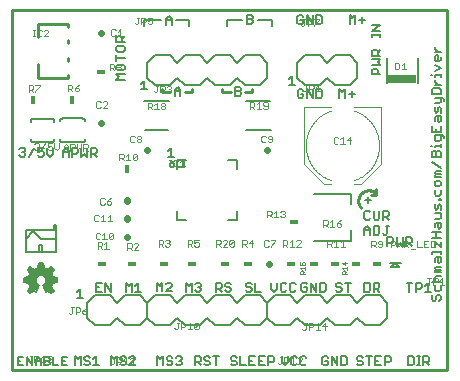
<source format=gbr>
G04 EAGLE Gerber RS-274X export*
G75*
%MOMM*%
%FSLAX34Y34*%
%LPD*%
%INSilkscreen Top*%
%IPPOS*%
%AMOC8*
5,1,8,0,0,1.08239X$1,22.5*%
G01*
%ADD10C,0.254000*%
%ADD11C,0.203200*%
%ADD12C,0.127000*%
%ADD13C,0.152400*%
%ADD14R,0.457200X0.762000*%
%ADD15C,0.050800*%
%ADD16R,0.762000X0.457200*%
%ADD17C,0.558800*%
%ADD18R,2.450000X0.675000*%
%ADD19C,0.101600*%
%ADD20C,0.025400*%

G36*
X32804Y65797D02*
X32804Y65797D01*
X32906Y65800D01*
X32926Y65807D01*
X32947Y65809D01*
X33041Y65849D01*
X33138Y65884D01*
X33154Y65897D01*
X33173Y65905D01*
X33304Y66010D01*
X34574Y67280D01*
X34587Y67297D01*
X34603Y67310D01*
X34658Y67397D01*
X34718Y67479D01*
X34724Y67499D01*
X34735Y67517D01*
X34760Y67617D01*
X34790Y67715D01*
X34790Y67736D01*
X34795Y67756D01*
X34786Y67858D01*
X34784Y67960D01*
X34777Y67980D01*
X34775Y68001D01*
X34717Y68158D01*
X33527Y70538D01*
X33527Y73619D01*
X36817Y74716D01*
X36897Y74758D01*
X36982Y74794D01*
X37006Y74815D01*
X37034Y74830D01*
X37097Y74896D01*
X37166Y74957D01*
X37188Y74991D01*
X37204Y75008D01*
X37218Y75037D01*
X37257Y75098D01*
X38527Y77638D01*
X38548Y77707D01*
X38579Y77773D01*
X38585Y77824D01*
X38600Y77872D01*
X38598Y77945D01*
X38606Y78017D01*
X38595Y78067D01*
X38594Y78118D01*
X38569Y78187D01*
X38554Y78258D01*
X38528Y78302D01*
X38510Y78350D01*
X38465Y78407D01*
X38428Y78469D01*
X38389Y78502D01*
X38357Y78542D01*
X38296Y78582D01*
X38241Y78629D01*
X38194Y78648D01*
X38151Y78676D01*
X38080Y78694D01*
X38013Y78721D01*
X37943Y78728D01*
X37912Y78736D01*
X37888Y78735D01*
X37846Y78739D01*
X34585Y78739D01*
X33568Y81788D01*
X34758Y85357D01*
X34760Y85368D01*
X34763Y85374D01*
X34767Y85413D01*
X34773Y85446D01*
X34795Y85534D01*
X34792Y85567D01*
X34797Y85600D01*
X34782Y85689D01*
X34775Y85779D01*
X34762Y85810D01*
X34757Y85843D01*
X34714Y85923D01*
X34679Y86005D01*
X34652Y86039D01*
X34641Y86060D01*
X34618Y86082D01*
X34574Y86136D01*
X33304Y87406D01*
X33288Y87418D01*
X33276Y87433D01*
X33188Y87490D01*
X33105Y87550D01*
X33086Y87556D01*
X33069Y87566D01*
X32968Y87592D01*
X32869Y87622D01*
X32850Y87622D01*
X32830Y87627D01*
X32727Y87619D01*
X32624Y87616D01*
X32605Y87609D01*
X32585Y87607D01*
X32490Y87567D01*
X32393Y87531D01*
X32377Y87519D01*
X32359Y87511D01*
X32228Y87406D01*
X30020Y85199D01*
X27018Y86200D01*
X25868Y89649D01*
X25863Y89659D01*
X25861Y89665D01*
X25857Y89672D01*
X25854Y89688D01*
X25801Y89776D01*
X25754Y89866D01*
X25739Y89881D01*
X25728Y89899D01*
X25650Y89966D01*
X25576Y90036D01*
X25557Y90045D01*
X25541Y90059D01*
X25446Y90097D01*
X25353Y90141D01*
X25332Y90143D01*
X25313Y90151D01*
X25146Y90169D01*
X22606Y90169D01*
X22586Y90166D01*
X22567Y90168D01*
X22465Y90146D01*
X22363Y90130D01*
X22346Y90120D01*
X22326Y90116D01*
X22237Y90063D01*
X22146Y90014D01*
X22132Y90000D01*
X22115Y89990D01*
X22048Y89911D01*
X21977Y89836D01*
X21968Y89818D01*
X21955Y89803D01*
X21916Y89707D01*
X21873Y89613D01*
X21871Y89593D01*
X21863Y89575D01*
X21845Y89408D01*
X21845Y87275D01*
X18796Y85243D01*
X15408Y87501D01*
X15346Y87530D01*
X15289Y87566D01*
X15235Y87580D01*
X15184Y87603D01*
X15116Y87610D01*
X15050Y87627D01*
X14995Y87622D01*
X14940Y87628D01*
X14873Y87613D01*
X14805Y87607D01*
X14754Y87586D01*
X14700Y87573D01*
X14641Y87538D01*
X14579Y87511D01*
X14518Y87462D01*
X14490Y87445D01*
X14476Y87429D01*
X14448Y87406D01*
X13178Y86136D01*
X13138Y86081D01*
X13090Y86032D01*
X13067Y85982D01*
X13034Y85937D01*
X13014Y85872D01*
X12985Y85810D01*
X12978Y85755D01*
X12962Y85701D01*
X12964Y85633D01*
X12955Y85566D01*
X12967Y85511D01*
X12968Y85456D01*
X12992Y85391D01*
X13006Y85325D01*
X13041Y85256D01*
X13053Y85225D01*
X13066Y85208D01*
X13083Y85176D01*
X15416Y81676D01*
X14437Y78739D01*
X11176Y78739D01*
X11156Y78736D01*
X11137Y78738D01*
X11035Y78716D01*
X10933Y78700D01*
X10916Y78690D01*
X10896Y78686D01*
X10807Y78633D01*
X10716Y78584D01*
X10702Y78570D01*
X10685Y78560D01*
X10618Y78481D01*
X10547Y78406D01*
X10538Y78388D01*
X10525Y78373D01*
X10486Y78277D01*
X10443Y78183D01*
X10441Y78163D01*
X10433Y78145D01*
X10415Y77978D01*
X10415Y75438D01*
X10418Y75418D01*
X10416Y75399D01*
X10438Y75297D01*
X10455Y75195D01*
X10464Y75178D01*
X10468Y75158D01*
X10521Y75069D01*
X10570Y74978D01*
X10584Y74964D01*
X10594Y74947D01*
X10673Y74880D01*
X10748Y74809D01*
X10766Y74800D01*
X10781Y74787D01*
X10877Y74748D01*
X10971Y74705D01*
X10991Y74703D01*
X11009Y74695D01*
X11176Y74677D01*
X13309Y74677D01*
X15341Y71628D01*
X13083Y68240D01*
X13054Y68178D01*
X13018Y68121D01*
X13004Y68067D01*
X12981Y68016D01*
X12974Y67948D01*
X12957Y67882D01*
X12962Y67827D01*
X12956Y67772D01*
X12971Y67705D01*
X12977Y67637D01*
X12998Y67586D01*
X13011Y67532D01*
X13046Y67473D01*
X13073Y67411D01*
X13122Y67350D01*
X13139Y67322D01*
X13155Y67308D01*
X13178Y67280D01*
X14448Y66010D01*
X14521Y65957D01*
X14589Y65898D01*
X14620Y65886D01*
X14647Y65866D01*
X14734Y65840D01*
X14817Y65806D01*
X14851Y65804D01*
X14883Y65794D01*
X14973Y65796D01*
X15063Y65791D01*
X15104Y65800D01*
X15128Y65800D01*
X15159Y65811D01*
X15227Y65826D01*
X19037Y67096D01*
X19076Y67116D01*
X19119Y67128D01*
X19184Y67173D01*
X19254Y67210D01*
X19285Y67242D01*
X19322Y67267D01*
X19414Y67378D01*
X19424Y67388D01*
X19426Y67391D01*
X19429Y67396D01*
X21969Y71206D01*
X21998Y71268D01*
X22034Y71325D01*
X22048Y71379D01*
X22071Y71430D01*
X22078Y71498D01*
X22095Y71564D01*
X22090Y71619D01*
X22096Y71674D01*
X22081Y71741D01*
X22075Y71809D01*
X22054Y71860D01*
X22041Y71914D01*
X22006Y71973D01*
X21979Y72035D01*
X21930Y72096D01*
X21913Y72124D01*
X21897Y72138D01*
X21874Y72166D01*
X20731Y73309D01*
X19598Y76708D01*
X20668Y79916D01*
X23876Y80986D01*
X27198Y79878D01*
X29348Y76653D01*
X27005Y71968D01*
X26978Y71881D01*
X26944Y71797D01*
X26942Y71764D01*
X26932Y71734D01*
X26934Y71642D01*
X26929Y71551D01*
X26937Y71511D01*
X26938Y71488D01*
X26949Y71457D01*
X26964Y71387D01*
X28234Y67577D01*
X28244Y67559D01*
X28248Y67538D01*
X28301Y67450D01*
X28348Y67360D01*
X28363Y67345D01*
X28374Y67327D01*
X28452Y67260D01*
X28526Y67190D01*
X28545Y67181D01*
X28561Y67167D01*
X28656Y67129D01*
X28749Y67085D01*
X28770Y67083D01*
X28789Y67075D01*
X28956Y67057D01*
X30046Y67057D01*
X32426Y65867D01*
X32446Y65861D01*
X32463Y65850D01*
X32563Y65825D01*
X32660Y65794D01*
X32681Y65795D01*
X32702Y65789D01*
X32804Y65797D01*
G37*
D10*
X0Y0D02*
X368300Y0D01*
X368300Y304800D01*
X0Y304800D02*
X0Y0D01*
D11*
X110998Y296418D02*
X125730Y296418D01*
X138684Y296418D02*
X149860Y296418D01*
X149860Y291592D01*
X181356Y296926D02*
X194056Y296926D01*
X181356Y296926D02*
X181356Y291592D01*
X207518Y296926D02*
X219710Y296926D01*
X219710Y291338D01*
D10*
X368300Y304800D02*
X0Y304800D01*
D11*
X110998Y296418D02*
X110998Y291592D01*
D10*
X127000Y235712D02*
X133096Y235712D01*
X127000Y235712D02*
X127000Y238506D01*
X146050Y235712D02*
X152400Y235712D01*
X152400Y238252D01*
X177800Y235712D02*
X184658Y235712D01*
X177800Y235712D02*
X177800Y238252D01*
X196850Y235712D02*
X203200Y235712D01*
X203200Y238252D01*
X295402Y137414D02*
X295252Y137567D01*
X295106Y137724D01*
X294964Y137885D01*
X294826Y138049D01*
X294692Y138216D01*
X294562Y138386D01*
X294436Y138560D01*
X294315Y138736D01*
X294198Y138916D01*
X294085Y139098D01*
X293976Y139283D01*
X293873Y139471D01*
X293774Y139661D01*
X293679Y139853D01*
X293589Y140048D01*
X293504Y140244D01*
X293424Y140443D01*
X293349Y140644D01*
X293278Y140846D01*
X293213Y141050D01*
X293152Y141256D01*
X293097Y141463D01*
X293046Y141671D01*
X293001Y141881D01*
X292961Y142091D01*
X292926Y142303D01*
X292896Y142515D01*
X292871Y142728D01*
X292852Y142941D01*
X292837Y143155D01*
X292828Y143369D01*
X292824Y143583D01*
X292825Y143798D01*
X292832Y144012D01*
X292844Y144226D01*
X292861Y144440D01*
X292883Y144653D01*
X292910Y144865D01*
X292943Y145077D01*
X292980Y145288D01*
X293023Y145498D01*
X293071Y145707D01*
X293124Y145915D01*
X293182Y146121D01*
X293245Y146326D01*
X293313Y146529D01*
X293386Y146731D01*
X293464Y146931D01*
X293546Y147128D01*
X293634Y147324D01*
X293726Y147518D01*
X293823Y147709D01*
X293924Y147898D01*
X294030Y148084D01*
X294141Y148267D01*
X294256Y148448D01*
X294375Y148626D01*
X294499Y148801D01*
X294626Y148973D01*
X294758Y149142D01*
X294895Y149308D01*
X295035Y149470D01*
X295179Y149629D01*
X295326Y149784D01*
X295478Y149936D01*
X295633Y150083D01*
X295792Y150227D01*
X295954Y150367D01*
X296120Y150504D01*
X296289Y150636D01*
X296461Y150763D01*
X296636Y150887D01*
X296814Y151006D01*
X296995Y151121D01*
X297178Y151232D01*
X297364Y151338D01*
X297553Y151439D01*
X297744Y151536D01*
X297938Y151628D01*
X298134Y151716D01*
X298331Y151798D01*
X298531Y151876D01*
X298733Y151949D01*
X298936Y152017D01*
X299141Y152080D01*
X299347Y152138D01*
X299555Y152191D01*
X299764Y152239D01*
X299974Y152282D01*
X300185Y152319D01*
X300397Y152352D01*
X300609Y152379D01*
X300822Y152401D01*
X301036Y152418D01*
X301250Y152430D01*
X301464Y152437D01*
X301679Y152438D01*
X301893Y152434D01*
X302107Y152425D01*
X302321Y152410D01*
X302534Y152391D01*
X302747Y152366D01*
X302959Y152336D01*
X303171Y152301D01*
X303381Y152261D01*
X303591Y152216D01*
X303799Y152165D01*
X304006Y152110D01*
X304212Y152049D01*
X304416Y151984D01*
X304618Y151913D01*
X304819Y151838D01*
X305018Y151758D01*
X305214Y151673D01*
X305409Y151583D01*
X305601Y151488D01*
X305791Y151389D01*
X305979Y151286D01*
X306164Y151177D01*
X306346Y151064D01*
X306526Y150947D01*
X306702Y150826D01*
X306876Y150700D01*
X307046Y150570D01*
X307213Y150436D01*
X307377Y150298D01*
X307538Y150156D01*
X307695Y150010D01*
X307848Y149860D01*
D12*
X334645Y11817D02*
X334645Y4445D01*
X338331Y4445D01*
X339560Y5674D01*
X339560Y10589D01*
X338331Y11817D01*
X334645Y11817D01*
X342597Y4445D02*
X345054Y4445D01*
X343826Y4445D02*
X343826Y11817D01*
X345054Y11817D02*
X342597Y11817D01*
X347898Y11817D02*
X347898Y4445D01*
X347898Y11817D02*
X351584Y11817D01*
X352813Y10589D01*
X352813Y8131D01*
X351584Y6902D01*
X347898Y6902D01*
X350356Y6902D02*
X352813Y4445D01*
X276733Y230505D02*
X276733Y237877D01*
X279190Y235420D01*
X281648Y237877D01*
X281648Y230505D01*
X284685Y234191D02*
X289600Y234191D01*
X287142Y231734D02*
X287142Y236649D01*
X355213Y180975D02*
X362585Y180975D01*
X355213Y180975D02*
X355213Y184661D01*
X356441Y185890D01*
X357670Y185890D01*
X358899Y184661D01*
X360128Y185890D01*
X361356Y185890D01*
X362585Y184661D01*
X362585Y180975D01*
X358899Y180975D02*
X358899Y184661D01*
X357670Y188927D02*
X357670Y190156D01*
X362585Y190156D01*
X362585Y191384D02*
X362585Y188927D01*
X355213Y190156D02*
X353984Y190156D01*
X365042Y196686D02*
X365042Y197914D01*
X363814Y199143D01*
X357670Y199143D01*
X357670Y195457D01*
X358899Y194228D01*
X361356Y194228D01*
X362585Y195457D01*
X362585Y199143D01*
X355213Y202180D02*
X355213Y207095D01*
X355213Y202180D02*
X362585Y202180D01*
X362585Y207095D01*
X358899Y204637D02*
X358899Y202180D01*
X357670Y211361D02*
X357670Y213818D01*
X358899Y215047D01*
X362585Y215047D01*
X362585Y211361D01*
X361356Y210132D01*
X360128Y211361D01*
X360128Y215047D01*
X362585Y218084D02*
X362585Y221770D01*
X361356Y222999D01*
X360128Y221770D01*
X360128Y219313D01*
X358899Y218084D01*
X357670Y219313D01*
X357670Y222999D01*
X357670Y226036D02*
X361356Y226036D01*
X362585Y227264D01*
X362585Y230951D01*
X363814Y230951D02*
X357670Y230951D01*
X363814Y230951D02*
X365042Y229722D01*
X365042Y228493D01*
X362585Y233988D02*
X355213Y233988D01*
X362585Y233988D02*
X362585Y237674D01*
X361356Y238903D01*
X356441Y238903D01*
X355213Y237674D01*
X355213Y233988D01*
X357670Y241940D02*
X362585Y241940D01*
X360128Y241940D02*
X357670Y244397D01*
X357670Y245626D01*
X357670Y248566D02*
X357670Y249795D01*
X362585Y249795D01*
X362585Y248566D02*
X362585Y251024D01*
X355213Y249795D02*
X353984Y249795D01*
X357670Y253867D02*
X362585Y256325D01*
X357670Y258782D01*
X362585Y263048D02*
X362585Y265505D01*
X362585Y263048D02*
X361356Y261819D01*
X358899Y261819D01*
X357670Y263048D01*
X357670Y265505D01*
X358899Y266734D01*
X360128Y266734D01*
X360128Y261819D01*
X362585Y269771D02*
X357670Y269771D01*
X360128Y269771D02*
X357670Y272229D01*
X357670Y273457D01*
X295151Y11817D02*
X296380Y10589D01*
X295151Y11817D02*
X292694Y11817D01*
X291465Y10589D01*
X291465Y9360D01*
X292694Y8131D01*
X295151Y8131D01*
X296380Y6902D01*
X296380Y5674D01*
X295151Y4445D01*
X292694Y4445D01*
X291465Y5674D01*
X301874Y4445D02*
X301874Y11817D01*
X299417Y11817D02*
X304332Y11817D01*
X307369Y11817D02*
X312284Y11817D01*
X307369Y11817D02*
X307369Y4445D01*
X312284Y4445D01*
X309826Y8131D02*
X307369Y8131D01*
X315321Y4445D02*
X315321Y11817D01*
X319007Y11817D01*
X320236Y10589D01*
X320236Y8131D01*
X319007Y6902D01*
X315321Y6902D01*
X129921Y292735D02*
X129921Y297650D01*
X132378Y300107D01*
X134836Y297650D01*
X134836Y292735D01*
X134836Y296421D02*
X129921Y296421D01*
X198501Y293497D02*
X198501Y300869D01*
X202187Y300869D01*
X203416Y299641D01*
X203416Y298412D01*
X202187Y297183D01*
X203416Y295954D01*
X203416Y294726D01*
X202187Y293497D01*
X198501Y293497D01*
X198501Y297183D02*
X202187Y297183D01*
X245113Y238131D02*
X246342Y236903D01*
X245113Y238131D02*
X242656Y238131D01*
X241427Y236903D01*
X241427Y231988D01*
X242656Y230759D01*
X245113Y230759D01*
X246342Y231988D01*
X246342Y234445D01*
X243884Y234445D01*
X249379Y230759D02*
X249379Y238131D01*
X254294Y230759D01*
X254294Y238131D01*
X257331Y238131D02*
X257331Y230759D01*
X261017Y230759D01*
X262246Y231988D01*
X262246Y236903D01*
X261017Y238131D01*
X257331Y238131D01*
X317373Y112655D02*
X317373Y105283D01*
X317373Y112655D02*
X321059Y112655D01*
X322288Y111427D01*
X322288Y108969D01*
X321059Y107740D01*
X317373Y107740D01*
X325325Y105283D02*
X325325Y112655D01*
X327782Y107740D02*
X325325Y105283D01*
X327782Y107740D02*
X330240Y105283D01*
X330240Y112655D01*
X333277Y112655D02*
X333277Y105283D01*
X333277Y112655D02*
X336963Y112655D01*
X338192Y111427D01*
X338192Y108969D01*
X336963Y107740D01*
X333277Y107740D01*
X335734Y107740D02*
X338192Y105283D01*
X265941Y11817D02*
X267170Y10589D01*
X265941Y11817D02*
X263484Y11817D01*
X262255Y10589D01*
X262255Y5674D01*
X263484Y4445D01*
X265941Y4445D01*
X267170Y5674D01*
X267170Y8131D01*
X264712Y8131D01*
X270207Y4445D02*
X270207Y11817D01*
X275122Y4445D01*
X275122Y11817D01*
X278159Y11817D02*
X278159Y4445D01*
X281845Y4445D01*
X283074Y5674D01*
X283074Y10589D01*
X281845Y11817D01*
X278159Y11817D01*
X52705Y11817D02*
X52705Y4445D01*
X55162Y9360D02*
X52705Y11817D01*
X55162Y9360D02*
X57620Y11817D01*
X57620Y4445D01*
X64343Y11817D02*
X65572Y10589D01*
X64343Y11817D02*
X61886Y11817D01*
X60657Y10589D01*
X60657Y9360D01*
X61886Y8131D01*
X64343Y8131D01*
X65572Y6902D01*
X65572Y5674D01*
X64343Y4445D01*
X61886Y4445D01*
X60657Y5674D01*
X68609Y9360D02*
X71066Y11817D01*
X71066Y4445D01*
X68609Y4445D02*
X73524Y4445D01*
X188471Y11817D02*
X189700Y10589D01*
X188471Y11817D02*
X186014Y11817D01*
X184785Y10589D01*
X184785Y9360D01*
X186014Y8131D01*
X188471Y8131D01*
X189700Y6902D01*
X189700Y5674D01*
X188471Y4445D01*
X186014Y4445D01*
X184785Y5674D01*
X192737Y4445D02*
X192737Y11817D01*
X192737Y4445D02*
X197652Y4445D01*
X200689Y11817D02*
X205604Y11817D01*
X200689Y11817D02*
X200689Y4445D01*
X205604Y4445D01*
X203146Y8131D02*
X200689Y8131D01*
X208641Y11817D02*
X213556Y11817D01*
X208641Y11817D02*
X208641Y4445D01*
X213556Y4445D01*
X211098Y8131D02*
X208641Y8131D01*
X216593Y4445D02*
X216593Y11817D01*
X220279Y11817D01*
X221507Y10589D01*
X221507Y8131D01*
X220279Y6902D01*
X216593Y6902D01*
X122555Y4445D02*
X122555Y11817D01*
X125012Y9360D01*
X127470Y11817D01*
X127470Y4445D01*
X134193Y11817D02*
X135422Y10589D01*
X134193Y11817D02*
X131736Y11817D01*
X130507Y10589D01*
X130507Y9360D01*
X131736Y8131D01*
X134193Y8131D01*
X135422Y6902D01*
X135422Y5674D01*
X134193Y4445D01*
X131736Y4445D01*
X130507Y5674D01*
X138459Y10589D02*
X139688Y11817D01*
X142145Y11817D01*
X143374Y10589D01*
X143374Y9360D01*
X142145Y8131D01*
X140916Y8131D01*
X142145Y8131D02*
X143374Y6902D01*
X143374Y5674D01*
X142145Y4445D01*
X139688Y4445D01*
X138459Y5674D01*
D13*
X8978Y11182D02*
X4572Y11182D01*
X4572Y4572D01*
X8978Y4572D01*
X6775Y7877D02*
X4572Y7877D01*
X12056Y4572D02*
X12056Y11182D01*
X16463Y4572D01*
X16463Y11182D01*
X19540Y8978D02*
X19540Y4572D01*
X19540Y8978D02*
X21744Y11182D01*
X23947Y8978D01*
X23947Y4572D01*
X23947Y7877D02*
X19540Y7877D01*
X27024Y4572D02*
X27024Y11182D01*
X30329Y11182D01*
X31431Y10080D01*
X31431Y8978D01*
X30329Y7877D01*
X31431Y6775D01*
X31431Y5674D01*
X30329Y4572D01*
X27024Y4572D01*
X27024Y7877D02*
X30329Y7877D01*
X34509Y11182D02*
X34509Y4572D01*
X38915Y4572D01*
X41993Y11182D02*
X46399Y11182D01*
X41993Y11182D02*
X41993Y4572D01*
X46399Y4572D01*
X44196Y7877D02*
X41993Y7877D01*
D12*
X83185Y4445D02*
X83185Y11817D01*
X85642Y9360D01*
X88100Y11817D01*
X88100Y4445D01*
X94823Y11817D02*
X96052Y10589D01*
X94823Y11817D02*
X92366Y11817D01*
X91137Y10589D01*
X91137Y9360D01*
X92366Y8131D01*
X94823Y8131D01*
X96052Y6902D01*
X96052Y5674D01*
X94823Y4445D01*
X92366Y4445D01*
X91137Y5674D01*
X99089Y4445D02*
X104004Y4445D01*
X99089Y4445D02*
X104004Y9360D01*
X104004Y10589D01*
X102775Y11817D01*
X100318Y11817D01*
X99089Y10589D01*
X42545Y180975D02*
X42545Y185890D01*
X45002Y188347D01*
X47460Y185890D01*
X47460Y180975D01*
X47460Y184661D02*
X42545Y184661D01*
X50497Y180975D02*
X50497Y188347D01*
X54183Y188347D01*
X55412Y187119D01*
X55412Y184661D01*
X54183Y183432D01*
X50497Y183432D01*
X58449Y180975D02*
X58449Y188347D01*
X60906Y183432D02*
X58449Y180975D01*
X60906Y183432D02*
X63364Y180975D01*
X63364Y188347D01*
X66401Y188347D02*
X66401Y180975D01*
X66401Y188347D02*
X70087Y188347D01*
X71316Y187119D01*
X71316Y184661D01*
X70087Y183432D01*
X66401Y183432D01*
X68858Y183432D02*
X71316Y180975D01*
X304159Y250571D02*
X311531Y250571D01*
X304159Y250571D02*
X304159Y254257D01*
X305387Y255486D01*
X307845Y255486D01*
X309074Y254257D01*
X309074Y250571D01*
X311531Y258523D02*
X304159Y258523D01*
X309074Y260980D02*
X311531Y258523D01*
X309074Y260980D02*
X311531Y263438D01*
X304159Y263438D01*
X304159Y266475D02*
X311531Y266475D01*
X304159Y266475D02*
X304159Y270161D01*
X305387Y271390D01*
X307845Y271390D01*
X309074Y270161D01*
X309074Y266475D01*
X309074Y268932D02*
X311531Y271390D01*
X311531Y282379D02*
X311531Y284836D01*
X311531Y283607D02*
X304159Y283607D01*
X304159Y282379D02*
X304159Y284836D01*
X304159Y287680D02*
X311531Y287680D01*
X311531Y292595D02*
X304159Y287680D01*
X304159Y292595D02*
X311531Y292595D01*
X356441Y63970D02*
X355213Y62741D01*
X355213Y60284D01*
X356441Y59055D01*
X357670Y59055D01*
X358899Y60284D01*
X358899Y62741D01*
X360128Y63970D01*
X361356Y63970D01*
X362585Y62741D01*
X362585Y60284D01*
X361356Y59055D01*
X357670Y68236D02*
X357670Y71922D01*
X357670Y68236D02*
X358899Y67007D01*
X361356Y67007D01*
X362585Y68236D01*
X362585Y71922D01*
X362585Y74959D02*
X355213Y74959D01*
X357670Y76188D02*
X358899Y74959D01*
X357670Y76188D02*
X357670Y78645D01*
X358899Y79874D01*
X362585Y79874D01*
X362585Y82911D02*
X357670Y82911D01*
X357670Y84139D01*
X358899Y85368D01*
X362585Y85368D01*
X358899Y85368D02*
X357670Y86597D01*
X358899Y87826D01*
X362585Y87826D01*
X357670Y92091D02*
X357670Y94549D01*
X358899Y95777D01*
X362585Y95777D01*
X362585Y92091D01*
X361356Y90863D01*
X360128Y92091D01*
X360128Y95777D01*
X355213Y98815D02*
X355213Y100043D01*
X362585Y100043D01*
X362585Y98815D02*
X362585Y101272D01*
X357670Y104116D02*
X357670Y109031D01*
X362585Y104116D01*
X362585Y109031D01*
X362585Y112068D02*
X355213Y112068D01*
X358899Y112068D02*
X358899Y116983D01*
X355213Y116983D02*
X362585Y116983D01*
X357670Y121248D02*
X357670Y123706D01*
X358899Y124934D01*
X362585Y124934D01*
X362585Y121248D01*
X361356Y120020D01*
X360128Y121248D01*
X360128Y124934D01*
X361356Y127972D02*
X357670Y127972D01*
X361356Y127972D02*
X362585Y129200D01*
X362585Y132886D01*
X357670Y132886D01*
X362585Y135923D02*
X362585Y139610D01*
X361356Y140838D01*
X360128Y139610D01*
X360128Y137152D01*
X358899Y135923D01*
X357670Y137152D01*
X357670Y140838D01*
X361356Y143875D02*
X362585Y143875D01*
X361356Y143875D02*
X361356Y145104D01*
X362585Y145104D01*
X362585Y143875D01*
X357670Y149080D02*
X357670Y152766D01*
X357670Y149080D02*
X358899Y147851D01*
X361356Y147851D01*
X362585Y149080D01*
X362585Y152766D01*
X362585Y157032D02*
X362585Y159489D01*
X361356Y160718D01*
X358899Y160718D01*
X357670Y159489D01*
X357670Y157032D01*
X358899Y155803D01*
X361356Y155803D01*
X362585Y157032D01*
X362585Y163755D02*
X357670Y163755D01*
X357670Y164984D01*
X358899Y166212D01*
X362585Y166212D01*
X358899Y166212D02*
X357670Y167441D01*
X358899Y168670D01*
X362585Y168670D01*
X362585Y171707D02*
X355213Y176622D01*
X6944Y188347D02*
X5715Y187119D01*
X6944Y188347D02*
X9401Y188347D01*
X10630Y187119D01*
X10630Y185890D01*
X9401Y184661D01*
X8172Y184661D01*
X9401Y184661D02*
X10630Y183432D01*
X10630Y182204D01*
X9401Y180975D01*
X6944Y180975D01*
X5715Y182204D01*
X13667Y180975D02*
X18582Y188347D01*
X21619Y188347D02*
X26534Y188347D01*
X21619Y188347D02*
X21619Y184661D01*
X24076Y185890D01*
X25305Y185890D01*
X26534Y184661D01*
X26534Y182204D01*
X25305Y180975D01*
X22848Y180975D01*
X21619Y182204D01*
X29571Y183432D02*
X29571Y188347D01*
X29571Y183432D02*
X32028Y180975D01*
X34486Y183432D01*
X34486Y188347D01*
X131445Y185890D02*
X133902Y188347D01*
X133902Y180975D01*
X131445Y180975D02*
X136360Y180975D01*
X301501Y135007D02*
X302730Y133779D01*
X301501Y135007D02*
X299044Y135007D01*
X297815Y133779D01*
X297815Y128864D01*
X299044Y127635D01*
X301501Y127635D01*
X302730Y128864D01*
X305767Y128864D02*
X305767Y135007D01*
X305767Y128864D02*
X306996Y127635D01*
X309453Y127635D01*
X310682Y128864D01*
X310682Y135007D01*
X313719Y135007D02*
X313719Y127635D01*
X313719Y135007D02*
X317405Y135007D01*
X318634Y133779D01*
X318634Y131321D01*
X317405Y130092D01*
X313719Y130092D01*
X316176Y130092D02*
X318634Y127635D01*
X154305Y11817D02*
X154305Y4445D01*
X154305Y11817D02*
X157991Y11817D01*
X159220Y10589D01*
X159220Y8131D01*
X157991Y6902D01*
X154305Y6902D01*
X156762Y6902D02*
X159220Y4445D01*
X165943Y11817D02*
X167172Y10589D01*
X165943Y11817D02*
X163486Y11817D01*
X162257Y10589D01*
X162257Y9360D01*
X163486Y8131D01*
X165943Y8131D01*
X167172Y6902D01*
X167172Y5674D01*
X165943Y4445D01*
X163486Y4445D01*
X162257Y5674D01*
X172666Y4445D02*
X172666Y11817D01*
X170209Y11817D02*
X175124Y11817D01*
X227965Y11817D02*
X227965Y6902D01*
X230422Y4445D01*
X232880Y6902D01*
X232880Y11817D01*
X239603Y11817D02*
X240832Y10589D01*
X239603Y11817D02*
X237146Y11817D01*
X235917Y10589D01*
X235917Y5674D01*
X237146Y4445D01*
X239603Y4445D01*
X240832Y5674D01*
X247555Y11817D02*
X248784Y10589D01*
X247555Y11817D02*
X245098Y11817D01*
X243869Y10589D01*
X243869Y5674D01*
X245098Y4445D01*
X247555Y4445D01*
X248784Y5674D01*
X137287Y232537D02*
X137287Y237452D01*
X139744Y239909D01*
X142202Y237452D01*
X142202Y232537D01*
X142202Y236223D02*
X137287Y236223D01*
X188595Y232537D02*
X188595Y239909D01*
X192281Y239909D01*
X193510Y238681D01*
X193510Y237452D01*
X192281Y236223D01*
X193510Y234994D01*
X193510Y233766D01*
X192281Y232537D01*
X188595Y232537D01*
X188595Y236223D02*
X192281Y236223D01*
X95123Y245999D02*
X87751Y245999D01*
X90208Y248456D01*
X87751Y250914D01*
X95123Y250914D01*
X87751Y255180D02*
X87751Y257637D01*
X87751Y255180D02*
X88979Y253951D01*
X93894Y253951D01*
X95123Y255180D01*
X95123Y257637D01*
X93894Y258866D01*
X88979Y258866D01*
X87751Y257637D01*
X87751Y264360D02*
X95123Y264360D01*
X87751Y261903D02*
X87751Y266818D01*
X87751Y271083D02*
X87751Y273541D01*
X87751Y271083D02*
X88979Y269855D01*
X93894Y269855D01*
X95123Y271083D01*
X95123Y273541D01*
X93894Y274770D01*
X88979Y274770D01*
X87751Y273541D01*
X87751Y277807D02*
X95123Y277807D01*
X87751Y277807D02*
X87751Y281493D01*
X88979Y282721D01*
X91437Y282721D01*
X92666Y281493D01*
X92666Y277807D01*
X92666Y280264D02*
X95123Y282721D01*
X285369Y293243D02*
X285369Y300615D01*
X287826Y298158D01*
X290284Y300615D01*
X290284Y293243D01*
X293321Y296929D02*
X298236Y296929D01*
X295778Y294472D02*
X295778Y299387D01*
X246088Y299387D02*
X244859Y300615D01*
X242402Y300615D01*
X241173Y299387D01*
X241173Y294472D01*
X242402Y293243D01*
X244859Y293243D01*
X246088Y294472D01*
X246088Y296929D01*
X243630Y296929D01*
X249125Y293243D02*
X249125Y300615D01*
X254040Y293243D01*
X254040Y300615D01*
X257077Y300615D02*
X257077Y293243D01*
X260763Y293243D01*
X261992Y294472D01*
X261992Y299387D01*
X260763Y300615D01*
X257077Y300615D01*
X297815Y119850D02*
X297815Y114935D01*
X297815Y119850D02*
X300272Y122307D01*
X302730Y119850D01*
X302730Y114935D01*
X302730Y118621D02*
X297815Y118621D01*
X305767Y122307D02*
X305767Y114935D01*
X309453Y114935D01*
X310682Y116164D01*
X310682Y121079D01*
X309453Y122307D01*
X305767Y122307D01*
X313719Y116164D02*
X314948Y114935D01*
X316176Y114935D01*
X317405Y116164D01*
X317405Y122307D01*
X316176Y122307D02*
X318634Y122307D01*
X336086Y74047D02*
X336086Y66675D01*
X333629Y74047D02*
X338544Y74047D01*
X341581Y74047D02*
X341581Y66675D01*
X341581Y74047D02*
X345267Y74047D01*
X346496Y72819D01*
X346496Y70361D01*
X345267Y69132D01*
X341581Y69132D01*
X349533Y71590D02*
X351990Y74047D01*
X351990Y66675D01*
X349533Y66675D02*
X354448Y66675D01*
X56940Y68967D02*
X54483Y66510D01*
X56940Y68967D02*
X56940Y61595D01*
X54483Y61595D02*
X59398Y61595D01*
X108839Y242786D02*
X111296Y245243D01*
X111296Y237871D01*
X108839Y237871D02*
X113754Y237871D01*
X234061Y246850D02*
X236518Y249307D01*
X236518Y241935D01*
X234061Y241935D02*
X238976Y241935D01*
X298323Y144021D02*
X303238Y144021D01*
X300780Y141564D02*
X300780Y146479D01*
X75400Y74047D02*
X70485Y74047D01*
X70485Y66675D01*
X75400Y66675D01*
X72942Y70361D02*
X70485Y70361D01*
X78437Y66675D02*
X78437Y74047D01*
X83352Y66675D01*
X83352Y74047D01*
X95885Y74047D02*
X95885Y66675D01*
X98342Y71590D02*
X95885Y74047D01*
X98342Y71590D02*
X100800Y74047D01*
X100800Y66675D01*
X103837Y71590D02*
X106294Y74047D01*
X106294Y66675D01*
X103837Y66675D02*
X108752Y66675D01*
X122047Y66929D02*
X122047Y74301D01*
X124504Y71844D01*
X126962Y74301D01*
X126962Y66929D01*
X129999Y66929D02*
X134914Y66929D01*
X129999Y66929D02*
X134914Y71844D01*
X134914Y73073D01*
X133685Y74301D01*
X131228Y74301D01*
X129999Y73073D01*
X146685Y74047D02*
X146685Y66675D01*
X149142Y71590D02*
X146685Y74047D01*
X149142Y71590D02*
X151600Y74047D01*
X151600Y66675D01*
X154637Y72819D02*
X155866Y74047D01*
X158323Y74047D01*
X159552Y72819D01*
X159552Y71590D01*
X158323Y70361D01*
X157094Y70361D01*
X158323Y70361D02*
X159552Y69132D01*
X159552Y67904D01*
X158323Y66675D01*
X155866Y66675D01*
X154637Y67904D01*
X172085Y66675D02*
X172085Y74047D01*
X175771Y74047D01*
X177000Y72819D01*
X177000Y70361D01*
X175771Y69132D01*
X172085Y69132D01*
X174542Y69132D02*
X177000Y66675D01*
X183723Y74047D02*
X184952Y72819D01*
X183723Y74047D02*
X181266Y74047D01*
X180037Y72819D01*
X180037Y71590D01*
X181266Y70361D01*
X183723Y70361D01*
X184952Y69132D01*
X184952Y67904D01*
X183723Y66675D01*
X181266Y66675D01*
X180037Y67904D01*
X201171Y74047D02*
X202400Y72819D01*
X201171Y74047D02*
X198714Y74047D01*
X197485Y72819D01*
X197485Y71590D01*
X198714Y70361D01*
X201171Y70361D01*
X202400Y69132D01*
X202400Y67904D01*
X201171Y66675D01*
X198714Y66675D01*
X197485Y67904D01*
X205437Y66675D02*
X205437Y74047D01*
X205437Y66675D02*
X210352Y66675D01*
X219075Y69132D02*
X219075Y74047D01*
X219075Y69132D02*
X221532Y66675D01*
X223990Y69132D01*
X223990Y74047D01*
X230713Y74047D02*
X231942Y72819D01*
X230713Y74047D02*
X228256Y74047D01*
X227027Y72819D01*
X227027Y67904D01*
X228256Y66675D01*
X230713Y66675D01*
X231942Y67904D01*
X238665Y74047D02*
X239894Y72819D01*
X238665Y74047D02*
X236208Y74047D01*
X234979Y72819D01*
X234979Y67904D01*
X236208Y66675D01*
X238665Y66675D01*
X239894Y67904D01*
X248161Y74047D02*
X249390Y72819D01*
X248161Y74047D02*
X245704Y74047D01*
X244475Y72819D01*
X244475Y67904D01*
X245704Y66675D01*
X248161Y66675D01*
X249390Y67904D01*
X249390Y70361D01*
X246932Y70361D01*
X252427Y66675D02*
X252427Y74047D01*
X257342Y66675D01*
X257342Y74047D01*
X260379Y74047D02*
X260379Y66675D01*
X264065Y66675D01*
X265294Y67904D01*
X265294Y72819D01*
X264065Y74047D01*
X260379Y74047D01*
X277371Y74047D02*
X278600Y72819D01*
X277371Y74047D02*
X274914Y74047D01*
X273685Y72819D01*
X273685Y71590D01*
X274914Y70361D01*
X277371Y70361D01*
X278600Y69132D01*
X278600Y67904D01*
X277371Y66675D01*
X274914Y66675D01*
X273685Y67904D01*
X284094Y66675D02*
X284094Y74047D01*
X281637Y74047D02*
X286552Y74047D01*
X297815Y74047D02*
X297815Y66675D01*
X301501Y66675D01*
X302730Y67904D01*
X302730Y72819D01*
X301501Y74047D01*
X297815Y74047D01*
X305767Y74047D02*
X305767Y66675D01*
X305767Y74047D02*
X309453Y74047D01*
X310682Y72819D01*
X310682Y70361D01*
X309453Y69132D01*
X305767Y69132D01*
X308224Y69132D02*
X310682Y66675D01*
D10*
X308102Y148590D02*
X303530Y148590D01*
X308102Y148590D02*
X308102Y153416D01*
D14*
X50800Y228600D03*
D15*
X46990Y236220D02*
X46990Y241813D01*
X49786Y241813D01*
X50719Y240881D01*
X50719Y239016D01*
X49786Y238084D01*
X46990Y238084D01*
X48854Y238084D02*
X50719Y236220D01*
X54467Y240881D02*
X56332Y241813D01*
X54467Y240881D02*
X52603Y239016D01*
X52603Y237152D01*
X53535Y236220D01*
X55399Y236220D01*
X56332Y237152D01*
X56332Y238084D01*
X55399Y239016D01*
X52603Y239016D01*
D16*
X74930Y252730D03*
D15*
X82296Y254000D02*
X82296Y259593D01*
X85092Y259593D01*
X86025Y258661D01*
X86025Y256796D01*
X85092Y255864D01*
X82296Y255864D01*
X84160Y255864D02*
X86025Y254000D01*
X87909Y258661D02*
X88841Y259593D01*
X90705Y259593D01*
X91638Y258661D01*
X91638Y257729D01*
X90705Y256796D01*
X91638Y255864D01*
X91638Y254932D01*
X90705Y254000D01*
X88841Y254000D01*
X87909Y254932D01*
X87909Y255864D01*
X88841Y256796D01*
X87909Y257729D01*
X87909Y258661D01*
X88841Y256796D02*
X90705Y256796D01*
D11*
X324104Y90854D02*
X328704Y90854D01*
X324104Y90854D02*
X319504Y90854D01*
X324104Y90854D02*
X327204Y87754D01*
X324104Y90954D02*
X320904Y87754D01*
X327204Y87754D01*
D15*
X320294Y104140D02*
X320294Y109733D01*
X323090Y109733D01*
X324023Y108801D01*
X324023Y106936D01*
X323090Y106004D01*
X320294Y106004D01*
X325907Y104140D02*
X325907Y109733D01*
X327771Y106004D02*
X325907Y104140D01*
X327771Y106004D02*
X329636Y104140D01*
X329636Y109733D01*
X331520Y109733D02*
X331520Y104140D01*
X331520Y109733D02*
X334317Y109733D01*
X335249Y108801D01*
X335249Y106936D01*
X334317Y106004D01*
X331520Y106004D01*
X333384Y106004D02*
X335249Y104140D01*
X337133Y103208D02*
X340862Y103208D01*
X342746Y104140D02*
X342746Y109733D01*
X342746Y104140D02*
X346475Y104140D01*
X348359Y109733D02*
X352088Y109733D01*
X348359Y109733D02*
X348359Y104140D01*
X352088Y104140D01*
X350224Y106936D02*
X348359Y106936D01*
X353973Y104140D02*
X353973Y109733D01*
X353973Y104140D02*
X356769Y104140D01*
X357701Y105072D01*
X357701Y108801D01*
X356769Y109733D01*
X353973Y109733D01*
D16*
X308610Y90170D03*
D15*
X303784Y104140D02*
X303784Y109733D01*
X306580Y109733D01*
X307513Y108801D01*
X307513Y106936D01*
X306580Y106004D01*
X303784Y106004D01*
X305648Y106004D02*
X307513Y104140D01*
X309397Y105072D02*
X310329Y104140D01*
X312193Y104140D01*
X313126Y105072D01*
X313126Y108801D01*
X312193Y109733D01*
X310329Y109733D01*
X309397Y108801D01*
X309397Y107869D01*
X310329Y106936D01*
X313126Y106936D01*
D17*
X75235Y285750D02*
X74625Y285750D01*
D15*
X86362Y288803D02*
X87295Y287871D01*
X86362Y288803D02*
X84498Y288803D01*
X83566Y287871D01*
X83566Y284142D01*
X84498Y283210D01*
X86362Y283210D01*
X87295Y284142D01*
X89179Y286939D02*
X91043Y288803D01*
X91043Y283210D01*
X89179Y283210D02*
X92908Y283210D01*
D10*
X46990Y247650D02*
X21590Y247650D01*
X21590Y259080D01*
X21590Y281940D02*
X21590Y293370D01*
X46990Y293370D01*
X46990Y290830D01*
X46990Y279400D02*
X46990Y276860D01*
X46990Y264160D02*
X46990Y261620D01*
X46990Y250190D02*
X46990Y247650D01*
D15*
X19263Y282829D02*
X17399Y282829D01*
X18331Y282829D02*
X18331Y288422D01*
X17399Y288422D02*
X19263Y288422D01*
X23937Y288422D02*
X24870Y287490D01*
X23937Y288422D02*
X22073Y288422D01*
X21141Y287490D01*
X21141Y283761D01*
X22073Y282829D01*
X23937Y282829D01*
X24870Y283761D01*
X26754Y282829D02*
X30483Y282829D01*
X26754Y282829D02*
X30483Y286558D01*
X30483Y287490D01*
X29551Y288422D01*
X27686Y288422D01*
X26754Y287490D01*
D11*
X42545Y193040D02*
X59055Y193040D01*
X61595Y210820D02*
X61593Y210920D01*
X61587Y211019D01*
X61577Y211119D01*
X61564Y211217D01*
X61546Y211316D01*
X61525Y211413D01*
X61500Y211509D01*
X61471Y211605D01*
X61438Y211699D01*
X61402Y211792D01*
X61362Y211883D01*
X61318Y211973D01*
X61271Y212061D01*
X61221Y212147D01*
X61167Y212231D01*
X61110Y212313D01*
X61050Y212392D01*
X60986Y212470D01*
X60920Y212544D01*
X60851Y212616D01*
X60779Y212685D01*
X60705Y212751D01*
X60627Y212815D01*
X60548Y212875D01*
X60466Y212932D01*
X60382Y212986D01*
X60296Y213036D01*
X60208Y213083D01*
X60118Y213127D01*
X60027Y213167D01*
X59934Y213203D01*
X59840Y213236D01*
X59744Y213265D01*
X59648Y213290D01*
X59551Y213311D01*
X59452Y213329D01*
X59354Y213342D01*
X59254Y213352D01*
X59155Y213358D01*
X59055Y213360D01*
X42545Y213360D02*
X42445Y213358D01*
X42346Y213352D01*
X42246Y213342D01*
X42148Y213329D01*
X42049Y213311D01*
X41952Y213290D01*
X41856Y213265D01*
X41760Y213236D01*
X41666Y213203D01*
X41573Y213167D01*
X41482Y213127D01*
X41392Y213083D01*
X41304Y213036D01*
X41218Y212986D01*
X41134Y212932D01*
X41052Y212875D01*
X40973Y212815D01*
X40895Y212751D01*
X40821Y212685D01*
X40749Y212616D01*
X40680Y212544D01*
X40614Y212470D01*
X40550Y212392D01*
X40490Y212313D01*
X40433Y212231D01*
X40379Y212147D01*
X40329Y212061D01*
X40282Y211973D01*
X40238Y211883D01*
X40198Y211792D01*
X40162Y211699D01*
X40129Y211605D01*
X40100Y211509D01*
X40075Y211413D01*
X40054Y211316D01*
X40036Y211217D01*
X40023Y211119D01*
X40013Y211019D01*
X40007Y210920D01*
X40005Y210820D01*
X40005Y195580D02*
X40007Y195480D01*
X40013Y195381D01*
X40023Y195281D01*
X40036Y195183D01*
X40054Y195084D01*
X40075Y194987D01*
X40100Y194891D01*
X40129Y194795D01*
X40162Y194701D01*
X40198Y194608D01*
X40238Y194517D01*
X40282Y194427D01*
X40329Y194339D01*
X40379Y194253D01*
X40433Y194169D01*
X40490Y194087D01*
X40550Y194008D01*
X40614Y193930D01*
X40680Y193856D01*
X40749Y193784D01*
X40821Y193715D01*
X40895Y193649D01*
X40973Y193585D01*
X41052Y193525D01*
X41134Y193468D01*
X41218Y193414D01*
X41304Y193364D01*
X41392Y193317D01*
X41482Y193273D01*
X41573Y193233D01*
X41666Y193197D01*
X41760Y193164D01*
X41856Y193135D01*
X41952Y193110D01*
X42049Y193089D01*
X42148Y193071D01*
X42246Y193058D01*
X42346Y193048D01*
X42445Y193042D01*
X42545Y193040D01*
X59055Y193040D02*
X59155Y193042D01*
X59254Y193048D01*
X59354Y193058D01*
X59452Y193071D01*
X59551Y193089D01*
X59648Y193110D01*
X59744Y193135D01*
X59840Y193164D01*
X59934Y193197D01*
X60027Y193233D01*
X60118Y193273D01*
X60208Y193317D01*
X60296Y193364D01*
X60382Y193414D01*
X60466Y193468D01*
X60548Y193525D01*
X60627Y193585D01*
X60705Y193649D01*
X60779Y193715D01*
X60851Y193784D01*
X60920Y193856D01*
X60986Y193930D01*
X61050Y194008D01*
X61110Y194087D01*
X61167Y194169D01*
X61221Y194253D01*
X61271Y194339D01*
X61318Y194427D01*
X61362Y194517D01*
X61402Y194608D01*
X61438Y194701D01*
X61471Y194795D01*
X61500Y194891D01*
X61525Y194987D01*
X61546Y195084D01*
X61564Y195183D01*
X61577Y195281D01*
X61587Y195381D01*
X61593Y195480D01*
X61595Y195580D01*
X59055Y213360D02*
X42545Y213360D01*
D15*
X43307Y189911D02*
X43307Y186182D01*
X43307Y189911D02*
X45171Y191775D01*
X47036Y189911D01*
X47036Y186182D01*
X47036Y188978D02*
X43307Y188978D01*
X48920Y186182D02*
X48920Y191775D01*
X51716Y191775D01*
X52649Y190843D01*
X52649Y188978D01*
X51716Y188046D01*
X48920Y188046D01*
X54533Y186182D02*
X54533Y191775D01*
X56397Y188046D02*
X54533Y186182D01*
X56397Y188046D02*
X58262Y186182D01*
X58262Y191775D01*
X60146Y191775D02*
X60146Y186182D01*
X60146Y191775D02*
X62943Y191775D01*
X63875Y190843D01*
X63875Y188978D01*
X62943Y188046D01*
X60146Y188046D01*
X62011Y188046D02*
X63875Y186182D01*
D11*
X33400Y213200D02*
X17400Y213200D01*
X15400Y196200D02*
X15382Y196102D01*
X15368Y196002D01*
X15358Y195903D01*
X15352Y195803D01*
X15350Y195703D01*
X15352Y195603D01*
X15358Y195503D01*
X15367Y195403D01*
X15381Y195304D01*
X15398Y195205D01*
X15420Y195107D01*
X15445Y195010D01*
X15474Y194915D01*
X15507Y194820D01*
X15543Y194727D01*
X15583Y194635D01*
X15627Y194545D01*
X15674Y194456D01*
X15724Y194370D01*
X15778Y194286D01*
X15835Y194203D01*
X15896Y194123D01*
X15959Y194046D01*
X16026Y193971D01*
X16095Y193899D01*
X16167Y193829D01*
X16242Y193763D01*
X16319Y193699D01*
X16399Y193639D01*
X16481Y193581D01*
X16565Y193527D01*
X16652Y193476D01*
X16740Y193429D01*
X16830Y193385D01*
X16922Y193345D01*
X17015Y193309D01*
X17109Y193276D01*
X17205Y193246D01*
X17302Y193221D01*
X17400Y193200D01*
X33400Y193200D02*
X33498Y193221D01*
X33595Y193246D01*
X33691Y193276D01*
X33785Y193309D01*
X33878Y193345D01*
X33970Y193385D01*
X34060Y193429D01*
X34148Y193476D01*
X34235Y193527D01*
X34319Y193581D01*
X34401Y193639D01*
X34481Y193699D01*
X34558Y193763D01*
X34633Y193829D01*
X34705Y193899D01*
X34774Y193971D01*
X34841Y194046D01*
X34904Y194123D01*
X34965Y194203D01*
X35022Y194286D01*
X35076Y194370D01*
X35126Y194456D01*
X35173Y194545D01*
X35217Y194635D01*
X35257Y194727D01*
X35293Y194820D01*
X35326Y194915D01*
X35355Y195010D01*
X35380Y195107D01*
X35402Y195205D01*
X35419Y195304D01*
X35433Y195403D01*
X35442Y195503D01*
X35448Y195603D01*
X35450Y195703D01*
X35448Y195803D01*
X35442Y195903D01*
X35432Y196002D01*
X35418Y196102D01*
X35400Y196200D01*
X35400Y210200D02*
X35418Y210298D01*
X35432Y210398D01*
X35442Y210497D01*
X35448Y210597D01*
X35450Y210697D01*
X35448Y210797D01*
X35442Y210897D01*
X35433Y210997D01*
X35419Y211096D01*
X35402Y211195D01*
X35380Y211293D01*
X35355Y211390D01*
X35326Y211485D01*
X35293Y211580D01*
X35257Y211673D01*
X35217Y211765D01*
X35173Y211855D01*
X35126Y211944D01*
X35076Y212030D01*
X35022Y212114D01*
X34965Y212197D01*
X34904Y212277D01*
X34841Y212354D01*
X34774Y212429D01*
X34705Y212501D01*
X34633Y212571D01*
X34558Y212637D01*
X34481Y212701D01*
X34401Y212761D01*
X34319Y212819D01*
X34235Y212873D01*
X34148Y212924D01*
X34060Y212971D01*
X33970Y213015D01*
X33878Y213055D01*
X33785Y213091D01*
X33691Y213124D01*
X33595Y213154D01*
X33498Y213179D01*
X33400Y213200D01*
X17400Y213200D02*
X17302Y213179D01*
X17205Y213154D01*
X17109Y213124D01*
X17015Y213091D01*
X16922Y213055D01*
X16830Y213015D01*
X16740Y212971D01*
X16652Y212924D01*
X16565Y212873D01*
X16481Y212819D01*
X16399Y212761D01*
X16319Y212701D01*
X16242Y212637D01*
X16167Y212571D01*
X16095Y212501D01*
X16026Y212429D01*
X15959Y212354D01*
X15896Y212277D01*
X15835Y212197D01*
X15778Y212114D01*
X15724Y212030D01*
X15674Y211944D01*
X15627Y211855D01*
X15583Y211765D01*
X15543Y211673D01*
X15507Y211580D01*
X15474Y211485D01*
X15445Y211390D01*
X15420Y211293D01*
X15398Y211195D01*
X15381Y211096D01*
X15367Y210997D01*
X15358Y210897D01*
X15352Y210797D01*
X15350Y210697D01*
X15352Y210597D01*
X15358Y210497D01*
X15368Y210398D01*
X15382Y210298D01*
X15400Y210200D01*
X17400Y193200D02*
X33400Y193200D01*
D15*
X19538Y192283D02*
X18606Y191351D01*
X19538Y192283D02*
X21402Y192283D01*
X22335Y191351D01*
X22335Y190419D01*
X21402Y189486D01*
X20470Y189486D01*
X21402Y189486D02*
X22335Y188554D01*
X22335Y187622D01*
X21402Y186690D01*
X19538Y186690D01*
X18606Y187622D01*
X24219Y186690D02*
X27948Y192283D01*
X29832Y192283D02*
X33561Y192283D01*
X29832Y192283D02*
X29832Y189486D01*
X31696Y190419D01*
X32629Y190419D01*
X33561Y189486D01*
X33561Y187622D01*
X32629Y186690D01*
X30764Y186690D01*
X29832Y187622D01*
X35445Y188554D02*
X35445Y192283D01*
X35445Y188554D02*
X37310Y186690D01*
X39174Y188554D01*
X39174Y192283D01*
D14*
X17780Y228600D03*
D15*
X13716Y235966D02*
X13716Y241559D01*
X16512Y241559D01*
X17445Y240627D01*
X17445Y238762D01*
X16512Y237830D01*
X13716Y237830D01*
X15580Y237830D02*
X17445Y235966D01*
X19329Y241559D02*
X23058Y241559D01*
X23058Y240627D01*
X19329Y236898D01*
X19329Y235966D01*
D11*
X11176Y111506D02*
X11176Y100076D01*
X11176Y111506D02*
X11176Y119126D01*
X35306Y119126D01*
X35306Y122936D01*
X36576Y122936D01*
X36576Y111506D01*
X36576Y100076D01*
X25146Y100076D01*
X11176Y100076D01*
X11176Y111506D02*
X17526Y117856D01*
X23876Y111506D01*
X36576Y111506D01*
X22606Y106426D02*
X22606Y101346D01*
X22606Y106426D02*
X25146Y106426D01*
X25146Y100076D01*
X286510Y140556D02*
X286510Y149604D01*
X255272Y149604D01*
X286510Y118524D02*
X286510Y109476D01*
X255272Y109476D01*
D15*
X263144Y121666D02*
X263144Y127259D01*
X265940Y127259D01*
X266873Y126327D01*
X266873Y124462D01*
X265940Y123530D01*
X263144Y123530D01*
X265008Y123530D02*
X266873Y121666D01*
X268757Y125395D02*
X270621Y127259D01*
X270621Y121666D01*
X268757Y121666D02*
X272486Y121666D01*
X276234Y126327D02*
X278099Y127259D01*
X276234Y126327D02*
X274370Y124462D01*
X274370Y122598D01*
X275302Y121666D01*
X277167Y121666D01*
X278099Y122598D01*
X278099Y123530D01*
X277167Y124462D01*
X274370Y124462D01*
X352638Y78237D02*
X352638Y72644D01*
X350774Y78237D02*
X354503Y78237D01*
X356387Y78237D02*
X356387Y72644D01*
X356387Y78237D02*
X359183Y78237D01*
X360116Y77305D01*
X360116Y75440D01*
X359183Y74508D01*
X356387Y74508D01*
X362000Y76373D02*
X363864Y78237D01*
X363864Y72644D01*
X362000Y72644D02*
X365729Y72644D01*
D11*
X82550Y63500D02*
X69850Y63500D01*
X82550Y63500D02*
X88900Y57150D01*
X88900Y44450D02*
X82550Y38100D01*
X88900Y57150D02*
X95250Y63500D01*
X107950Y63500D01*
X114300Y57150D01*
X114300Y44450D02*
X107950Y38100D01*
X95250Y38100D01*
X88900Y44450D01*
X63500Y44450D02*
X63500Y57150D01*
X69850Y63500D01*
X63500Y44450D02*
X69850Y38100D01*
X82550Y38100D01*
X114300Y44450D02*
X114300Y57150D01*
D15*
X48938Y47752D02*
X48006Y48684D01*
X48938Y47752D02*
X49870Y47752D01*
X50802Y48684D01*
X50802Y53345D01*
X49870Y53345D02*
X51735Y53345D01*
X53619Y53345D02*
X53619Y47752D01*
X53619Y53345D02*
X56415Y53345D01*
X57348Y52413D01*
X57348Y50548D01*
X56415Y49616D01*
X53619Y49616D01*
X61096Y52413D02*
X62961Y53345D01*
X61096Y52413D02*
X59232Y50548D01*
X59232Y48684D01*
X60164Y47752D01*
X62029Y47752D01*
X62961Y48684D01*
X62961Y49616D01*
X62029Y50548D01*
X59232Y50548D01*
D11*
X196850Y266700D02*
X209550Y266700D01*
X215900Y260350D01*
X215900Y247650D02*
X209550Y241300D01*
X171450Y266700D02*
X165100Y260350D01*
X171450Y266700D02*
X184150Y266700D01*
X190500Y260350D01*
X190500Y247650D02*
X184150Y241300D01*
X171450Y241300D01*
X165100Y247650D01*
X190500Y260350D02*
X196850Y266700D01*
X190500Y247650D02*
X196850Y241300D01*
X209550Y241300D01*
X133350Y266700D02*
X120650Y266700D01*
X133350Y266700D02*
X139700Y260350D01*
X139700Y247650D02*
X133350Y241300D01*
X139700Y260350D02*
X146050Y266700D01*
X158750Y266700D01*
X165100Y260350D01*
X165100Y247650D02*
X158750Y241300D01*
X146050Y241300D01*
X139700Y247650D01*
X114300Y247650D02*
X114300Y260350D01*
X120650Y266700D01*
X114300Y247650D02*
X120650Y241300D01*
X133350Y241300D01*
X215900Y247650D02*
X215900Y260350D01*
D15*
X120566Y235458D02*
X119634Y236390D01*
X120566Y235458D02*
X121498Y235458D01*
X122430Y236390D01*
X122430Y241051D01*
X121498Y241051D02*
X123363Y241051D01*
X125247Y241051D02*
X125247Y235458D01*
X125247Y241051D02*
X128043Y241051D01*
X128976Y240119D01*
X128976Y238254D01*
X128043Y237322D01*
X125247Y237322D01*
X130860Y240119D02*
X131792Y241051D01*
X133657Y241051D01*
X134589Y240119D01*
X134589Y239187D01*
X133657Y238254D01*
X132724Y238254D01*
X133657Y238254D02*
X134589Y237322D01*
X134589Y236390D01*
X133657Y235458D01*
X131792Y235458D01*
X130860Y236390D01*
D11*
X247650Y266700D02*
X260350Y266700D01*
X266700Y260350D01*
X266700Y247650D02*
X260350Y241300D01*
X266700Y260350D02*
X273050Y266700D01*
X285750Y266700D01*
X292100Y260350D01*
X292100Y247650D02*
X285750Y241300D01*
X273050Y241300D01*
X266700Y247650D01*
X241300Y247650D02*
X241300Y260350D01*
X247650Y266700D01*
X241300Y247650D02*
X247650Y241300D01*
X260350Y241300D01*
X292100Y247650D02*
X292100Y260350D01*
D15*
X246550Y236474D02*
X245618Y237406D01*
X246550Y236474D02*
X247482Y236474D01*
X248414Y237406D01*
X248414Y242067D01*
X247482Y242067D02*
X249347Y242067D01*
X251231Y242067D02*
X251231Y236474D01*
X251231Y242067D02*
X254027Y242067D01*
X254960Y241135D01*
X254960Y239270D01*
X254027Y238338D01*
X251231Y238338D01*
X256844Y240203D02*
X258708Y242067D01*
X258708Y236474D01*
X256844Y236474D02*
X260573Y236474D01*
D13*
X132190Y228350D02*
X111650Y228350D01*
X111900Y203450D02*
X132080Y203450D01*
D15*
X114554Y220980D02*
X114554Y226573D01*
X117350Y226573D01*
X118283Y225641D01*
X118283Y223776D01*
X117350Y222844D01*
X114554Y222844D01*
X116418Y222844D02*
X118283Y220980D01*
X120167Y224709D02*
X122031Y226573D01*
X122031Y220980D01*
X120167Y220980D02*
X123896Y220980D01*
X125780Y225641D02*
X126712Y226573D01*
X128577Y226573D01*
X129509Y225641D01*
X129509Y224709D01*
X128577Y223776D01*
X129509Y222844D01*
X129509Y221912D01*
X128577Y220980D01*
X126712Y220980D01*
X125780Y221912D01*
X125780Y222844D01*
X126712Y223776D01*
X125780Y224709D01*
X125780Y225641D01*
X126712Y223776D02*
X128577Y223776D01*
D13*
X198010Y203450D02*
X218550Y203450D01*
X218300Y228350D02*
X198120Y228350D01*
D15*
X201168Y227081D02*
X201168Y221488D01*
X201168Y227081D02*
X203964Y227081D01*
X204897Y226149D01*
X204897Y224284D01*
X203964Y223352D01*
X201168Y223352D01*
X203032Y223352D02*
X204897Y221488D01*
X206781Y225217D02*
X208645Y227081D01*
X208645Y221488D01*
X206781Y221488D02*
X210510Y221488D01*
X212394Y222420D02*
X213326Y221488D01*
X215191Y221488D01*
X216123Y222420D01*
X216123Y226149D01*
X215191Y227081D01*
X213326Y227081D01*
X212394Y226149D01*
X212394Y225217D01*
X213326Y224284D01*
X216123Y224284D01*
D11*
X145100Y177400D02*
X145100Y172400D01*
X140100Y172400D01*
X190500Y170180D02*
X190500Y177400D01*
X190500Y134620D02*
X190500Y127000D01*
X139700Y170180D02*
X139700Y177800D01*
X147320Y177800D01*
X139700Y134620D02*
X139700Y127000D01*
X147320Y127000D01*
X182880Y127000D02*
X190500Y127000D01*
X190500Y177800D02*
X182880Y177800D01*
X133100Y174400D02*
X133102Y174489D01*
X133108Y174578D01*
X133118Y174667D01*
X133132Y174755D01*
X133149Y174842D01*
X133171Y174928D01*
X133197Y175014D01*
X133226Y175098D01*
X133259Y175181D01*
X133295Y175262D01*
X133336Y175342D01*
X133379Y175419D01*
X133426Y175495D01*
X133477Y175568D01*
X133530Y175639D01*
X133587Y175708D01*
X133647Y175774D01*
X133710Y175838D01*
X133775Y175898D01*
X133843Y175956D01*
X133914Y176010D01*
X133987Y176061D01*
X134062Y176109D01*
X134139Y176154D01*
X134218Y176195D01*
X134299Y176232D01*
X134381Y176266D01*
X134465Y176297D01*
X134550Y176323D01*
X134636Y176346D01*
X134723Y176364D01*
X134811Y176379D01*
X134900Y176390D01*
X134989Y176397D01*
X135078Y176400D01*
X135167Y176399D01*
X135256Y176394D01*
X135344Y176385D01*
X135433Y176372D01*
X135520Y176355D01*
X135607Y176335D01*
X135693Y176310D01*
X135777Y176282D01*
X135860Y176250D01*
X135942Y176214D01*
X136022Y176175D01*
X136100Y176132D01*
X136176Y176086D01*
X136250Y176036D01*
X136322Y175983D01*
X136391Y175927D01*
X136458Y175868D01*
X136522Y175806D01*
X136583Y175742D01*
X136642Y175674D01*
X136697Y175604D01*
X136749Y175532D01*
X136798Y175457D01*
X136843Y175381D01*
X136885Y175302D01*
X136923Y175222D01*
X136958Y175140D01*
X136989Y175056D01*
X137017Y174971D01*
X137040Y174885D01*
X137060Y174798D01*
X137076Y174711D01*
X137088Y174622D01*
X137096Y174534D01*
X137100Y174445D01*
X137100Y174355D01*
X137096Y174266D01*
X137088Y174178D01*
X137076Y174089D01*
X137060Y174002D01*
X137040Y173915D01*
X137017Y173829D01*
X136989Y173744D01*
X136958Y173660D01*
X136923Y173578D01*
X136885Y173498D01*
X136843Y173419D01*
X136798Y173343D01*
X136749Y173268D01*
X136697Y173196D01*
X136642Y173126D01*
X136583Y173058D01*
X136522Y172994D01*
X136458Y172932D01*
X136391Y172873D01*
X136322Y172817D01*
X136250Y172764D01*
X136176Y172714D01*
X136100Y172668D01*
X136022Y172625D01*
X135942Y172586D01*
X135860Y172550D01*
X135777Y172518D01*
X135693Y172490D01*
X135607Y172465D01*
X135520Y172445D01*
X135433Y172428D01*
X135344Y172415D01*
X135256Y172406D01*
X135167Y172401D01*
X135078Y172400D01*
X134989Y172403D01*
X134900Y172410D01*
X134811Y172421D01*
X134723Y172436D01*
X134636Y172454D01*
X134550Y172477D01*
X134465Y172503D01*
X134381Y172534D01*
X134299Y172568D01*
X134218Y172605D01*
X134139Y172646D01*
X134062Y172691D01*
X133987Y172739D01*
X133914Y172790D01*
X133843Y172844D01*
X133775Y172902D01*
X133710Y172962D01*
X133647Y173026D01*
X133587Y173092D01*
X133530Y173161D01*
X133477Y173232D01*
X133426Y173305D01*
X133379Y173381D01*
X133336Y173458D01*
X133295Y173538D01*
X133259Y173619D01*
X133226Y173702D01*
X133197Y173786D01*
X133171Y173872D01*
X133149Y173958D01*
X133132Y174045D01*
X133118Y174133D01*
X133108Y174222D01*
X133102Y174311D01*
X133100Y174400D01*
D15*
X132588Y172720D02*
X134452Y172720D01*
X133520Y172720D02*
X133520Y178313D01*
X132588Y178313D02*
X134452Y178313D01*
X139126Y178313D02*
X140059Y177381D01*
X139126Y178313D02*
X137262Y178313D01*
X136330Y177381D01*
X136330Y173652D01*
X137262Y172720D01*
X139126Y172720D01*
X140059Y173652D01*
X141943Y176449D02*
X143807Y178313D01*
X143807Y172720D01*
X141943Y172720D02*
X145672Y172720D01*
D16*
X180340Y90170D03*
D15*
X172466Y104902D02*
X172466Y110495D01*
X175262Y110495D01*
X176195Y109563D01*
X176195Y107698D01*
X175262Y106766D01*
X172466Y106766D01*
X174330Y106766D02*
X176195Y104902D01*
X178079Y104902D02*
X181808Y104902D01*
X178079Y104902D02*
X181808Y108631D01*
X181808Y109563D01*
X180875Y110495D01*
X179011Y110495D01*
X178079Y109563D01*
X183692Y109563D02*
X183692Y105834D01*
X183692Y109563D02*
X184624Y110495D01*
X186489Y110495D01*
X187421Y109563D01*
X187421Y105834D01*
X186489Y104902D01*
X184624Y104902D01*
X183692Y105834D01*
X187421Y109563D01*
D17*
X97028Y143459D02*
X97028Y144069D01*
D15*
X78151Y145123D02*
X77218Y146055D01*
X75354Y146055D01*
X74422Y145123D01*
X74422Y141394D01*
X75354Y140462D01*
X77218Y140462D01*
X78151Y141394D01*
X81899Y145123D02*
X83764Y146055D01*
X81899Y145123D02*
X80035Y143258D01*
X80035Y141394D01*
X80967Y140462D01*
X82831Y140462D01*
X83764Y141394D01*
X83764Y142326D01*
X82831Y143258D01*
X80035Y143258D01*
D17*
X216865Y90170D02*
X217475Y90170D01*
D15*
X216835Y109309D02*
X215902Y110241D01*
X214038Y110241D01*
X213106Y109309D01*
X213106Y105580D01*
X214038Y104648D01*
X215902Y104648D01*
X216835Y105580D01*
X218719Y110241D02*
X222448Y110241D01*
X222448Y109309D01*
X218719Y105580D01*
X218719Y104648D01*
D17*
X114300Y186385D02*
X114300Y186995D01*
D15*
X103551Y197701D02*
X102618Y198633D01*
X100754Y198633D01*
X99822Y197701D01*
X99822Y193972D01*
X100754Y193040D01*
X102618Y193040D01*
X103551Y193972D01*
X105435Y197701D02*
X106367Y198633D01*
X108231Y198633D01*
X109164Y197701D01*
X109164Y196769D01*
X108231Y195836D01*
X109164Y194904D01*
X109164Y193972D01*
X108231Y193040D01*
X106367Y193040D01*
X105435Y193972D01*
X105435Y194904D01*
X106367Y195836D01*
X105435Y196769D01*
X105435Y197701D01*
X106367Y195836D02*
X108231Y195836D01*
D17*
X215900Y186995D02*
X215900Y186385D01*
D15*
X214549Y197955D02*
X213616Y198887D01*
X211752Y198887D01*
X210820Y197955D01*
X210820Y194226D01*
X211752Y193294D01*
X213616Y193294D01*
X214549Y194226D01*
X216433Y194226D02*
X217365Y193294D01*
X219229Y193294D01*
X220162Y194226D01*
X220162Y197955D01*
X219229Y198887D01*
X217365Y198887D01*
X216433Y197955D01*
X216433Y197023D01*
X217365Y196090D01*
X220162Y196090D01*
D17*
X97028Y113335D02*
X97028Y112725D01*
D15*
X74087Y115659D02*
X73154Y116591D01*
X71290Y116591D01*
X70358Y115659D01*
X70358Y111930D01*
X71290Y110998D01*
X73154Y110998D01*
X74087Y111930D01*
X75971Y114727D02*
X77835Y116591D01*
X77835Y110998D01*
X75971Y110998D02*
X79700Y110998D01*
X81584Y111930D02*
X81584Y115659D01*
X82516Y116591D01*
X84381Y116591D01*
X85313Y115659D01*
X85313Y111930D01*
X84381Y110998D01*
X82516Y110998D01*
X81584Y111930D01*
X85313Y115659D01*
D17*
X97028Y128219D02*
X97028Y128829D01*
D15*
X73071Y130899D02*
X72138Y131831D01*
X70274Y131831D01*
X69342Y130899D01*
X69342Y127170D01*
X70274Y126238D01*
X72138Y126238D01*
X73071Y127170D01*
X74955Y129967D02*
X76819Y131831D01*
X76819Y126238D01*
X74955Y126238D02*
X78684Y126238D01*
X80568Y129967D02*
X82432Y131831D01*
X82432Y126238D01*
X80568Y126238D02*
X84297Y126238D01*
D11*
X317200Y243650D02*
X317200Y264250D01*
X343200Y264250D02*
X343200Y243650D01*
D18*
X330200Y246725D03*
D15*
X323850Y255016D02*
X323850Y260609D01*
X323850Y255016D02*
X326646Y255016D01*
X327579Y255948D01*
X327579Y259677D01*
X326646Y260609D01*
X323850Y260609D01*
X329463Y258745D02*
X331327Y260609D01*
X331327Y255016D01*
X329463Y255016D02*
X333192Y255016D01*
D19*
X311900Y223000D02*
X288900Y223000D01*
X311900Y223000D02*
X311900Y175000D01*
X294900Y158000D01*
X288900Y158000D01*
X269900Y158000D02*
X263900Y158000D01*
X246900Y175000D01*
X246900Y223000D01*
X269900Y223000D01*
X288900Y220000D02*
X289618Y219759D01*
X290331Y219500D01*
X291036Y219224D01*
X291735Y218931D01*
X292427Y218621D01*
X293110Y218294D01*
X293786Y217951D01*
X294453Y217591D01*
X295111Y217215D01*
X295759Y216823D01*
X296398Y216415D01*
X297026Y215992D01*
X297644Y215553D01*
X298251Y215100D01*
X298847Y214631D01*
X299431Y214149D01*
X300003Y213652D01*
X300563Y213141D01*
X301110Y212617D01*
X301645Y212080D01*
X302166Y211529D01*
X302673Y210966D01*
X303166Y210391D01*
X303646Y209804D01*
X304110Y209206D01*
X304560Y208596D01*
X304995Y207975D01*
X305415Y207344D01*
X305819Y206703D01*
X306207Y206053D01*
X306579Y205392D01*
X306935Y204724D01*
X307275Y204046D01*
X307598Y203360D01*
X307904Y202667D01*
X308193Y201967D01*
X308464Y201259D01*
X308719Y200546D01*
X308956Y199826D01*
X309175Y199100D01*
X309376Y198370D01*
X309560Y197635D01*
X309725Y196895D01*
X309872Y196152D01*
X310001Y195405D01*
X310112Y194655D01*
X310205Y193903D01*
X310279Y193149D01*
X310334Y192393D01*
X310371Y191636D01*
X310390Y190879D01*
X310390Y190121D01*
X310371Y189364D01*
X310334Y188607D01*
X310279Y187851D01*
X310205Y187097D01*
X310112Y186345D01*
X310001Y185595D01*
X309872Y184848D01*
X309725Y184105D01*
X309560Y183365D01*
X309376Y182630D01*
X309175Y181900D01*
X308956Y181174D01*
X308719Y180454D01*
X308464Y179741D01*
X308193Y179033D01*
X307904Y178333D01*
X307598Y177640D01*
X307275Y176954D01*
X306935Y176276D01*
X306579Y175608D01*
X306207Y174947D01*
X305819Y174297D01*
X305415Y173656D01*
X304995Y173025D01*
X304560Y172404D01*
X304110Y171794D01*
X303646Y171196D01*
X303166Y170609D01*
X302673Y170034D01*
X302166Y169471D01*
X301645Y168920D01*
X301110Y168383D01*
X300563Y167859D01*
X300003Y167348D01*
X299431Y166851D01*
X298847Y166369D01*
X298251Y165900D01*
X297644Y165447D01*
X297026Y165008D01*
X296398Y164585D01*
X295759Y164177D01*
X295111Y163785D01*
X294453Y163409D01*
X293786Y163049D01*
X293110Y162706D01*
X292427Y162379D01*
X291735Y162069D01*
X291036Y161776D01*
X290331Y161500D01*
X289618Y161241D01*
X288900Y161000D01*
X269900Y161000D02*
X269182Y161241D01*
X268469Y161500D01*
X267764Y161776D01*
X267065Y162069D01*
X266373Y162379D01*
X265690Y162706D01*
X265014Y163049D01*
X264347Y163409D01*
X263689Y163785D01*
X263041Y164177D01*
X262402Y164585D01*
X261774Y165008D01*
X261156Y165447D01*
X260549Y165900D01*
X259953Y166369D01*
X259369Y166851D01*
X258797Y167348D01*
X258237Y167859D01*
X257690Y168383D01*
X257155Y168920D01*
X256634Y169471D01*
X256127Y170034D01*
X255634Y170609D01*
X255154Y171196D01*
X254690Y171794D01*
X254240Y172404D01*
X253805Y173025D01*
X253385Y173656D01*
X252981Y174297D01*
X252593Y174947D01*
X252221Y175608D01*
X251865Y176276D01*
X251525Y176954D01*
X251202Y177640D01*
X250896Y178333D01*
X250607Y179033D01*
X250336Y179741D01*
X250081Y180454D01*
X249844Y181174D01*
X249625Y181900D01*
X249424Y182630D01*
X249240Y183365D01*
X249075Y184105D01*
X248928Y184848D01*
X248799Y185595D01*
X248688Y186345D01*
X248595Y187097D01*
X248521Y187851D01*
X248466Y188607D01*
X248429Y189364D01*
X248410Y190121D01*
X248410Y190879D01*
X248429Y191636D01*
X248466Y192393D01*
X248521Y193149D01*
X248595Y193903D01*
X248688Y194655D01*
X248799Y195405D01*
X248928Y196152D01*
X249075Y196895D01*
X249240Y197635D01*
X249424Y198370D01*
X249625Y199100D01*
X249844Y199826D01*
X250081Y200546D01*
X250336Y201259D01*
X250607Y201967D01*
X250896Y202667D01*
X251202Y203360D01*
X251525Y204046D01*
X251865Y204724D01*
X252221Y205392D01*
X252593Y206053D01*
X252981Y206703D01*
X253385Y207344D01*
X253805Y207975D01*
X254240Y208596D01*
X254690Y209206D01*
X255154Y209804D01*
X255634Y210391D01*
X256127Y210966D01*
X256634Y211529D01*
X257155Y212080D01*
X257690Y212617D01*
X258237Y213141D01*
X258797Y213652D01*
X259369Y214149D01*
X259953Y214631D01*
X260549Y215100D01*
X261156Y215553D01*
X261774Y215992D01*
X262402Y216415D01*
X263041Y216823D01*
X263689Y217215D01*
X264347Y217591D01*
X265014Y217951D01*
X265690Y218294D01*
X266373Y218621D01*
X267065Y218931D01*
X267764Y219224D01*
X268469Y219500D01*
X269182Y219759D01*
X269900Y220000D01*
D15*
X274830Y197617D02*
X275763Y196685D01*
X274830Y197617D02*
X272966Y197617D01*
X272034Y196685D01*
X272034Y192956D01*
X272966Y192024D01*
X274830Y192024D01*
X275763Y192956D01*
X277647Y195753D02*
X279511Y197617D01*
X279511Y192024D01*
X277647Y192024D02*
X281376Y192024D01*
X286057Y192024D02*
X286057Y197617D01*
X283260Y194820D01*
X286989Y194820D01*
D11*
X209550Y63500D02*
X196850Y63500D01*
X209550Y63500D02*
X215900Y57150D01*
X215900Y44450D02*
X209550Y38100D01*
X171450Y63500D02*
X165100Y57150D01*
X171450Y63500D02*
X184150Y63500D01*
X190500Y57150D01*
X190500Y44450D02*
X184150Y38100D01*
X171450Y38100D01*
X165100Y44450D01*
X190500Y57150D02*
X196850Y63500D01*
X190500Y44450D02*
X196850Y38100D01*
X209550Y38100D01*
X133350Y63500D02*
X120650Y63500D01*
X133350Y63500D02*
X139700Y57150D01*
X139700Y44450D02*
X133350Y38100D01*
X139700Y57150D02*
X146050Y63500D01*
X158750Y63500D01*
X165100Y57150D01*
X165100Y44450D02*
X158750Y38100D01*
X146050Y38100D01*
X139700Y44450D01*
X114300Y44450D02*
X114300Y57150D01*
X120650Y63500D01*
X114300Y44450D02*
X120650Y38100D01*
X133350Y38100D01*
X215900Y44450D02*
X215900Y57150D01*
D15*
X138092Y34798D02*
X137160Y35730D01*
X138092Y34798D02*
X139024Y34798D01*
X139956Y35730D01*
X139956Y40391D01*
X139024Y40391D02*
X140889Y40391D01*
X142773Y40391D02*
X142773Y34798D01*
X142773Y40391D02*
X145569Y40391D01*
X146502Y39459D01*
X146502Y37594D01*
X145569Y36662D01*
X142773Y36662D01*
X148386Y38527D02*
X150250Y40391D01*
X150250Y34798D01*
X148386Y34798D02*
X152115Y34798D01*
X153999Y35730D02*
X153999Y39459D01*
X154931Y40391D01*
X156796Y40391D01*
X157728Y39459D01*
X157728Y35730D01*
X156796Y34798D01*
X154931Y34798D01*
X153999Y35730D01*
X157728Y39459D01*
X104380Y293008D02*
X103448Y293940D01*
X104380Y293008D02*
X105312Y293008D01*
X106244Y293940D01*
X106244Y298601D01*
X105312Y298601D02*
X107177Y298601D01*
X109061Y298601D02*
X109061Y293008D01*
X109061Y298601D02*
X111857Y298601D01*
X112790Y297669D01*
X112790Y295804D01*
X111857Y294872D01*
X109061Y294872D01*
X114674Y298601D02*
X118403Y298601D01*
X114674Y298601D02*
X114674Y295804D01*
X116538Y296737D01*
X117471Y296737D01*
X118403Y295804D01*
X118403Y293940D01*
X117471Y293008D01*
X115606Y293008D01*
X114674Y293940D01*
X244464Y292670D02*
X245396Y291738D01*
X246328Y291738D01*
X247260Y292670D01*
X247260Y297331D01*
X246328Y297331D02*
X248193Y297331D01*
X250077Y297331D02*
X250077Y291738D01*
X250077Y297331D02*
X252873Y297331D01*
X253806Y296399D01*
X253806Y294534D01*
X252873Y293602D01*
X250077Y293602D01*
X255690Y297331D02*
X259419Y297331D01*
X259419Y296399D01*
X255690Y292670D01*
X255690Y291738D01*
D16*
X76200Y90170D03*
D15*
X72136Y103124D02*
X72136Y108717D01*
X74932Y108717D01*
X75865Y107785D01*
X75865Y105920D01*
X74932Y104988D01*
X72136Y104988D01*
X74000Y104988D02*
X75865Y103124D01*
X77749Y106853D02*
X79613Y108717D01*
X79613Y103124D01*
X77749Y103124D02*
X81478Y103124D01*
D16*
X101600Y90170D03*
D15*
X97282Y102108D02*
X97282Y107701D01*
X100078Y107701D01*
X101011Y106769D01*
X101011Y104904D01*
X100078Y103972D01*
X97282Y103972D01*
X99146Y103972D02*
X101011Y102108D01*
X102895Y102108D02*
X106624Y102108D01*
X102895Y102108D02*
X106624Y105837D01*
X106624Y106769D01*
X105691Y107701D01*
X103827Y107701D01*
X102895Y106769D01*
D16*
X128270Y90170D03*
D15*
X123698Y104902D02*
X123698Y110495D01*
X126494Y110495D01*
X127427Y109563D01*
X127427Y107698D01*
X126494Y106766D01*
X123698Y106766D01*
X125562Y106766D02*
X127427Y104902D01*
X129311Y109563D02*
X130243Y110495D01*
X132107Y110495D01*
X133040Y109563D01*
X133040Y108631D01*
X132107Y107698D01*
X131175Y107698D01*
X132107Y107698D02*
X133040Y106766D01*
X133040Y105834D01*
X132107Y104902D01*
X130243Y104902D01*
X129311Y105834D01*
D16*
X199390Y90170D03*
D15*
X194564Y104902D02*
X194564Y110495D01*
X197360Y110495D01*
X198293Y109563D01*
X198293Y107698D01*
X197360Y106766D01*
X194564Y106766D01*
X196428Y106766D02*
X198293Y104902D01*
X202973Y104902D02*
X202973Y110495D01*
X200177Y107698D01*
X203906Y107698D01*
D16*
X152400Y90170D03*
D15*
X148336Y104902D02*
X148336Y110495D01*
X151132Y110495D01*
X152065Y109563D01*
X152065Y107698D01*
X151132Y106766D01*
X148336Y106766D01*
X150200Y106766D02*
X152065Y104902D01*
X153949Y110495D02*
X157678Y110495D01*
X153949Y110495D02*
X153949Y107698D01*
X155813Y108631D01*
X156745Y108631D01*
X157678Y107698D01*
X157678Y105834D01*
X156745Y104902D01*
X154881Y104902D01*
X153949Y105834D01*
D14*
X97028Y170434D03*
D15*
X90424Y177800D02*
X90424Y183393D01*
X93220Y183393D01*
X94153Y182461D01*
X94153Y180596D01*
X93220Y179664D01*
X90424Y179664D01*
X92288Y179664D02*
X94153Y177800D01*
X96037Y181529D02*
X97901Y183393D01*
X97901Y177800D01*
X96037Y177800D02*
X99766Y177800D01*
X101650Y178732D02*
X101650Y182461D01*
X102582Y183393D01*
X104447Y183393D01*
X105379Y182461D01*
X105379Y178732D01*
X104447Y177800D01*
X102582Y177800D01*
X101650Y178732D01*
X105379Y182461D01*
D16*
X273050Y90170D03*
D15*
X266700Y104902D02*
X266700Y110495D01*
X269496Y110495D01*
X270429Y109563D01*
X270429Y107698D01*
X269496Y106766D01*
X266700Y106766D01*
X268564Y106766D02*
X270429Y104902D01*
X272313Y108631D02*
X274177Y110495D01*
X274177Y104902D01*
X272313Y104902D02*
X276042Y104902D01*
X277926Y108631D02*
X279790Y110495D01*
X279790Y104902D01*
X277926Y104902D02*
X281655Y104902D01*
D16*
X236220Y90170D03*
D15*
X229108Y104648D02*
X229108Y110241D01*
X231904Y110241D01*
X232837Y109309D01*
X232837Y107444D01*
X231904Y106512D01*
X229108Y106512D01*
X230972Y106512D02*
X232837Y104648D01*
X234721Y108377D02*
X236585Y110241D01*
X236585Y104648D01*
X234721Y104648D02*
X238450Y104648D01*
X240334Y104648D02*
X244063Y104648D01*
X240334Y104648D02*
X244063Y108377D01*
X244063Y109309D01*
X243131Y110241D01*
X241266Y110241D01*
X240334Y109309D01*
D16*
X238760Y125730D03*
D15*
X215646Y129794D02*
X215646Y135387D01*
X218442Y135387D01*
X219375Y134455D01*
X219375Y132590D01*
X218442Y131658D01*
X215646Y131658D01*
X217510Y131658D02*
X219375Y129794D01*
X221259Y133523D02*
X223123Y135387D01*
X223123Y129794D01*
X221259Y129794D02*
X224988Y129794D01*
X226872Y134455D02*
X227804Y135387D01*
X229669Y135387D01*
X230601Y134455D01*
X230601Y133523D01*
X229669Y132590D01*
X228736Y132590D01*
X229669Y132590D02*
X230601Y131658D01*
X230601Y130726D01*
X229669Y129794D01*
X227804Y129794D01*
X226872Y130726D01*
X83994Y5550D02*
X83062Y6482D01*
X83994Y5550D02*
X84926Y5550D01*
X85858Y6482D01*
X85858Y11143D01*
X84926Y11143D02*
X86791Y11143D01*
X88675Y11143D02*
X88675Y5550D01*
X88675Y11143D02*
X91471Y11143D01*
X92404Y10211D01*
X92404Y8346D01*
X91471Y7414D01*
X88675Y7414D01*
X94288Y9279D02*
X96152Y11143D01*
X96152Y5550D01*
X94288Y5550D02*
X98017Y5550D01*
X99901Y9279D02*
X101766Y11143D01*
X101766Y5550D01*
X103630Y5550D02*
X99901Y5550D01*
X224586Y6482D02*
X225518Y5550D01*
X226450Y5550D01*
X227382Y6482D01*
X227382Y11143D01*
X226450Y11143D02*
X228315Y11143D01*
X230199Y11143D02*
X230199Y5550D01*
X230199Y11143D02*
X232995Y11143D01*
X233928Y10211D01*
X233928Y8346D01*
X232995Y7414D01*
X230199Y7414D01*
X235812Y9279D02*
X237676Y11143D01*
X237676Y5550D01*
X235812Y5550D02*
X239541Y5550D01*
X241425Y5550D02*
X245154Y5550D01*
X241425Y5550D02*
X245154Y9279D01*
X245154Y10211D01*
X244222Y11143D01*
X242357Y11143D01*
X241425Y10211D01*
X13740Y6820D02*
X12808Y7752D01*
X13740Y6820D02*
X14672Y6820D01*
X15604Y7752D01*
X15604Y12413D01*
X14672Y12413D02*
X16537Y12413D01*
X18421Y12413D02*
X18421Y6820D01*
X18421Y12413D02*
X21217Y12413D01*
X22150Y11481D01*
X22150Y9616D01*
X21217Y8684D01*
X18421Y8684D01*
X24034Y10549D02*
X25898Y12413D01*
X25898Y6820D01*
X24034Y6820D02*
X27763Y6820D01*
X29647Y11481D02*
X30579Y12413D01*
X32444Y12413D01*
X33376Y11481D01*
X33376Y10549D01*
X32444Y9616D01*
X31512Y9616D01*
X32444Y9616D02*
X33376Y8684D01*
X33376Y7752D01*
X32444Y6820D01*
X30579Y6820D01*
X29647Y7752D01*
D11*
X298450Y63500D02*
X311150Y63500D01*
X317500Y57150D01*
X317500Y44450D02*
X311150Y38100D01*
X273050Y63500D02*
X266700Y57150D01*
X273050Y63500D02*
X285750Y63500D01*
X292100Y57150D01*
X292100Y44450D02*
X285750Y38100D01*
X273050Y38100D01*
X266700Y44450D01*
X292100Y57150D02*
X298450Y63500D01*
X292100Y44450D02*
X298450Y38100D01*
X311150Y38100D01*
X234950Y63500D02*
X222250Y63500D01*
X234950Y63500D02*
X241300Y57150D01*
X241300Y44450D02*
X234950Y38100D01*
X241300Y57150D02*
X247650Y63500D01*
X260350Y63500D01*
X266700Y57150D01*
X266700Y44450D02*
X260350Y38100D01*
X247650Y38100D01*
X241300Y44450D01*
X215900Y44450D02*
X215900Y57150D01*
X222250Y63500D01*
X215900Y44450D02*
X222250Y38100D01*
X234950Y38100D01*
X317500Y44450D02*
X317500Y57150D01*
D15*
X246296Y34544D02*
X245364Y35476D01*
X246296Y34544D02*
X247228Y34544D01*
X248160Y35476D01*
X248160Y40137D01*
X247228Y40137D02*
X249093Y40137D01*
X250977Y40137D02*
X250977Y34544D01*
X250977Y40137D02*
X253773Y40137D01*
X254706Y39205D01*
X254706Y37340D01*
X253773Y36408D01*
X250977Y36408D01*
X256590Y38273D02*
X258454Y40137D01*
X258454Y34544D01*
X256590Y34544D02*
X260319Y34544D01*
X265000Y34544D02*
X265000Y40137D01*
X262203Y37340D01*
X265932Y37340D01*
D17*
X75235Y209550D02*
X74625Y209550D01*
D15*
X74595Y226911D02*
X73662Y227843D01*
X71798Y227843D01*
X70866Y226911D01*
X70866Y223182D01*
X71798Y222250D01*
X73662Y222250D01*
X74595Y223182D01*
X76479Y222250D02*
X80208Y222250D01*
X76479Y222250D02*
X80208Y225979D01*
X80208Y226911D01*
X79275Y227843D01*
X77411Y227843D01*
X76479Y226911D01*
D13*
X22098Y72390D02*
X19558Y66548D01*
X18288Y67310D01*
X15240Y65278D01*
X12954Y67564D01*
X14986Y70866D01*
X13716Y74168D01*
X9906Y74930D01*
X9906Y78232D01*
X13716Y78740D01*
X15240Y82042D01*
X12954Y85344D01*
X15240Y87630D01*
X18542Y85344D01*
X21590Y86614D01*
X22352Y90678D01*
X25654Y90678D01*
X26416Y86614D01*
X29464Y85344D01*
X33020Y87630D01*
X35306Y85344D01*
X33020Y82042D01*
X34290Y78994D01*
X38100Y78232D01*
X38100Y74930D01*
X34544Y74168D01*
X33020Y70866D01*
X35306Y67564D01*
X33020Y65278D01*
X29972Y67310D01*
X28448Y66548D01*
X26162Y72390D01*
X26281Y72452D01*
X26399Y72517D01*
X26514Y72586D01*
X26628Y72658D01*
X26739Y72734D01*
X26848Y72813D01*
X26955Y72895D01*
X27059Y72980D01*
X27160Y73068D01*
X27259Y73159D01*
X27355Y73253D01*
X27448Y73350D01*
X27539Y73449D01*
X27626Y73551D01*
X27711Y73656D01*
X27792Y73763D01*
X27870Y73873D01*
X27944Y73985D01*
X28016Y74099D01*
X28084Y74215D01*
X28148Y74333D01*
X28209Y74452D01*
X28267Y74574D01*
X28321Y74697D01*
X28371Y74822D01*
X28417Y74948D01*
X28460Y75076D01*
X28499Y75204D01*
X28534Y75334D01*
X28565Y75465D01*
X28592Y75597D01*
X28616Y75729D01*
X28635Y75862D01*
X28651Y75996D01*
X28662Y76129D01*
X28670Y76264D01*
X28674Y76398D01*
X28673Y76533D01*
X28669Y76667D01*
X28661Y76801D01*
X28648Y76935D01*
X28632Y77069D01*
X28612Y77201D01*
X28588Y77334D01*
X28560Y77465D01*
X28528Y77596D01*
X28492Y77726D01*
X28453Y77854D01*
X28410Y77981D01*
X28363Y78107D01*
X28312Y78232D01*
X28257Y78355D01*
X28199Y78476D01*
X28138Y78595D01*
X28073Y78713D01*
X28004Y78829D01*
X27932Y78942D01*
X27857Y79054D01*
X27778Y79163D01*
X27697Y79270D01*
X27612Y79374D01*
X27524Y79476D01*
X27433Y79575D01*
X27339Y79671D01*
X27242Y79765D01*
X27143Y79855D01*
X27041Y79943D01*
X26937Y80028D01*
X26830Y80109D01*
X26720Y80187D01*
X26609Y80262D01*
X26495Y80334D01*
X26379Y80402D01*
X26261Y80467D01*
X26142Y80528D01*
X26020Y80586D01*
X25897Y80640D01*
X25773Y80691D01*
X25647Y80737D01*
X25519Y80780D01*
X25391Y80820D01*
X25261Y80855D01*
X25130Y80887D01*
X24999Y80914D01*
X24866Y80938D01*
X24733Y80958D01*
X24600Y80974D01*
X24466Y80986D01*
X24332Y80994D01*
X24197Y80998D01*
X24063Y80998D01*
X23928Y80994D01*
X23794Y80986D01*
X23660Y80974D01*
X23527Y80958D01*
X23394Y80938D01*
X23261Y80914D01*
X23130Y80887D01*
X22999Y80855D01*
X22869Y80820D01*
X22741Y80780D01*
X22613Y80737D01*
X22487Y80691D01*
X22363Y80640D01*
X22240Y80586D01*
X22118Y80528D01*
X21999Y80467D01*
X21881Y80402D01*
X21765Y80334D01*
X21651Y80262D01*
X21540Y80187D01*
X21430Y80109D01*
X21323Y80028D01*
X21219Y79943D01*
X21117Y79855D01*
X21018Y79765D01*
X20921Y79671D01*
X20827Y79575D01*
X20736Y79476D01*
X20648Y79374D01*
X20563Y79270D01*
X20482Y79163D01*
X20403Y79054D01*
X20328Y78942D01*
X20256Y78829D01*
X20187Y78713D01*
X20122Y78595D01*
X20061Y78476D01*
X20003Y78355D01*
X19948Y78232D01*
X19897Y78107D01*
X19850Y77981D01*
X19807Y77854D01*
X19768Y77726D01*
X19732Y77596D01*
X19700Y77465D01*
X19672Y77334D01*
X19648Y77201D01*
X19628Y77069D01*
X19612Y76935D01*
X19599Y76801D01*
X19591Y76667D01*
X19587Y76533D01*
X19586Y76398D01*
X19590Y76264D01*
X19598Y76129D01*
X19609Y75996D01*
X19625Y75862D01*
X19644Y75729D01*
X19668Y75597D01*
X19695Y75465D01*
X19726Y75334D01*
X19761Y75204D01*
X19800Y75076D01*
X19843Y74948D01*
X19889Y74822D01*
X19939Y74697D01*
X19993Y74574D01*
X20051Y74452D01*
X20112Y74333D01*
X20176Y74215D01*
X20244Y74099D01*
X20316Y73985D01*
X20390Y73873D01*
X20468Y73763D01*
X20549Y73656D01*
X20634Y73551D01*
X20721Y73449D01*
X20812Y73350D01*
X20905Y73253D01*
X21001Y73159D01*
X21100Y73068D01*
X21201Y72980D01*
X21305Y72895D01*
X21412Y72813D01*
X21521Y72734D01*
X21632Y72658D01*
X21746Y72586D01*
X21861Y72517D01*
X21979Y72452D01*
X22098Y72390D01*
D16*
X290830Y90170D03*
D20*
X283083Y81407D02*
X279270Y81407D01*
X279270Y83314D01*
X279905Y83949D01*
X281176Y83949D01*
X281812Y83314D01*
X281812Y81407D01*
X281812Y82678D02*
X283083Y83949D01*
X280541Y85149D02*
X279270Y86420D01*
X283083Y86420D01*
X283083Y85149D02*
X283083Y87691D01*
X283083Y90798D02*
X279270Y90798D01*
X281176Y88891D01*
X281176Y91433D01*
D16*
X255270Y90170D03*
D20*
X247523Y81407D02*
X243710Y81407D01*
X243710Y83314D01*
X244345Y83949D01*
X245616Y83949D01*
X246252Y83314D01*
X246252Y81407D01*
X246252Y82678D02*
X247523Y83949D01*
X244981Y85149D02*
X243710Y86420D01*
X247523Y86420D01*
X247523Y85149D02*
X247523Y87691D01*
X243710Y88891D02*
X243710Y91433D01*
X243710Y88891D02*
X245616Y88891D01*
X244981Y90162D01*
X244981Y90798D01*
X245616Y91433D01*
X246887Y91433D01*
X247523Y90798D01*
X247523Y89527D01*
X246887Y88891D01*
M02*

</source>
